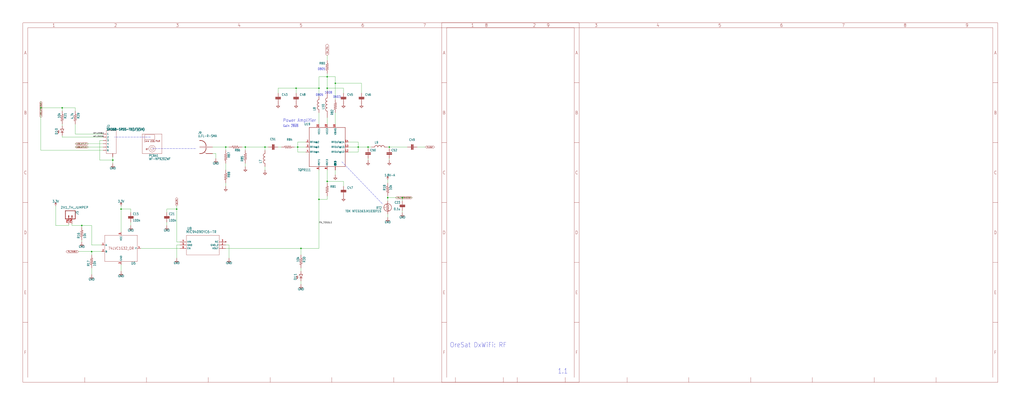
<source format=kicad_sch>
(kicad_sch (version 20210621) (generator eeschema)
  (paper "User" 795.02 318.11)
  (lib_symbols
    (symbol "oresat-live-card-eagle-import:1.8V-A" (power)
      (property "Value" "1.8V-A" (at -2.54 0 0))
      (symbol "1.8V-A_1_0"
        (pin power_in line (at 0 -2.54 90) (length 2.54) (name "1.8V-A") (number "1"))
      )
    )
    (symbol "oresat-live-card-eagle-import:1008HQ-10NXJLB"
      (property "Reference" "L" (at 16.51 6.35 0))
      (property "Value" "1008HQ-10NXJLB" (at 16.51 3.81 0))
      (symbol "1008HQ-10NXJLB_1_0"
        (pin bidirectional line (at 0 0 0) (length 5.08) (name "1") (number "1"))
        (pin bidirectional line (at 20.32 0 180) (length 5.08) (name "2") (number "2"))
      )
    )
    (symbol "oresat-live-card-eagle-import:2X1_TH_JUMPEP"
      (property "Value" "2X1_TH_JUMPEP" (at -2.54 -4.826 0))
      (symbol "2X1_TH_JUMPEP_1_0"
        (pin passive line (at 7.62 0 180) (length 5.08) (name "1") (number "P$1"))
        (pin passive line (at 7.62 2.54 180) (length 5.08) (name "2") (number "P$2"))
      )
    )
    (symbol "oresat-live-card-eagle-import:3.3V" (power)
      (property "Value" "3.3V" (at -2.54 0 0))
      (symbol "3.3V_1_0"
        (pin power_in line (at 0 -2.54 90) (length 2.54) (name "3.3V") (number "1"))
      )
    )
    (symbol "oresat-live-card-eagle-import:C-EU0402-B-NOSILK"
      (property "Reference" "C" (at 1.524 0.381 0))
      (property "Value" "C-EU0402-B-NOSILK" (at 1.524 -4.699 0))
      (symbol "C-EU0402-B-NOSILK_1_0"
        (pin passive line (at 0 2.54 270) (length 2.54) (name "1") (number "1"))
        (pin passive line (at 0 -5.08 90) (length 2.54) (name "2") (number "2"))
      )
    )
    (symbol "oresat-live-card-eagle-import:C-EU0402-C-NOSILK"
      (property "Reference" "C" (at 1.524 0.381 0))
      (property "Value" "C-EU0402-C-NOSILK" (at 1.524 -4.699 0))
      (symbol "C-EU0402-C-NOSILK_1_0"
        (pin passive line (at 0 2.54 270) (length 2.54) (name "1") (number "1"))
        (pin passive line (at 0 -5.08 90) (length 2.54) (name "2") (number "2"))
      )
    )
    (symbol "oresat-live-card-eagle-import:C-EU0603-A"
      (property "Reference" "C" (at 1.524 0.381 0))
      (property "Value" "C-EU0603-A" (at 1.524 -4.699 0))
      (symbol "C-EU0603-A_1_0"
        (pin passive line (at 0 2.54 270) (length 2.54) (name "1") (number "1"))
        (pin passive line (at 0 -5.08 90) (length 2.54) (name "2") (number "2"))
      )
    )
    (symbol "oresat-live-card-eagle-import:FRAME_B_L"
      (symbol "FRAME_B_L_0_0"
        (text "1" (at 23.9889 277.495 0) (effects (font (size 2.54 2.286))))
        (text "2" (at 71.9667 277.495 0) (effects (font (size 2.54 2.286))))
        (text "3" (at 119.9444 277.495 0) (effects (font (size 2.54 2.286))))
        (text "4" (at 167.9222 277.495 0) (effects (font (size 2.54 2.286))))
        (text "5" (at 215.9 277.495 0) (effects (font (size 2.54 2.286))))
        (text "6" (at 263.8778 277.495 0) (effects (font (size 2.54 2.286))))
        (text "7" (at 311.8556 277.495 0) (effects (font (size 2.54 2.286))))
        (text "8" (at 359.8333 277.495 0) (effects (font (size 2.54 2.286))))
        (text "9" (at 407.8111 277.495 0) (effects (font (size 2.54 2.286))))
        (text "A" (at 1.905 256.1167 0) (effects (font (size 2.54 2.286))))
        (text "A" (at 429.895 256.1167 0) (effects (font (size 2.54 2.286))))
        (text "B" (at 1.905 209.55 0) (effects (font (size 2.54 2.286))))
        (text "B" (at 429.895 209.55 0) (effects (font (size 2.54 2.286))))
        (text "C" (at 1.905 162.9833 0) (effects (font (size 2.54 2.286))))
        (text "C" (at 429.895 162.9833 0) (effects (font (size 2.54 2.286))))
        (text "D" (at 1.905 116.4167 0) (effects (font (size 2.54 2.286))))
        (text "D" (at 429.895 116.4167 0) (effects (font (size 2.54 2.286))))
        (text "E" (at 1.905 69.85 0) (effects (font (size 2.54 2.286))))
        (text "E" (at 429.895 69.85 0) (effects (font (size 2.54 2.286))))
        (text "F" (at 1.905 23.2833 0) (effects (font (size 2.54 2.286))))
        (text "F" (at 429.895 23.2833 0) (effects (font (size 2.54 2.286))))
      )
      (symbol "FRAME_B_L_2_0"
        (text ">DRAWING_NAME" (at 17.78 19.05 0) (effects (font (size 2.54 2.159)) (justify left bottom)))
        (text ">LAST_DATE_TIME" (at 12.7 1.27 0) (effects (font (size 2.54 2.159)) (justify left bottom)))
        (text ">SHEET" (at 86.36 1.27 0) (effects (font (size 2.54 2.159)) (justify left bottom)))
        (text "Date:" (at 1.27 1.27 0) (effects (font (size 2.54 2.159)) (justify left bottom)))
        (text "Document Number:" (at 1.27 11.43 0) (effects (font (size 2.54 2.159)) (justify left bottom)))
        (text "REV:" (at 88.9 11.43 0) (effects (font (size 2.54 2.159)) (justify left bottom)))
        (text "Sheet:" (at 72.39 1.27 0) (effects (font (size 2.54 2.159)) (justify left bottom)))
        (text "TITLE:" (at 1.27 19.05 0) (effects (font (size 2.54 2.159)) (justify left bottom)))
      )
    )
    (symbol "oresat-live-card-eagle-import:GND" (power)
      (property "Value" "GND" (at -1.905 -3.175 0))
      (symbol "GND_1_0"
        (pin power_in line (at 0 2.54 270) (length 2.54) (name "GND") (number "1"))
      )
    )
    (symbol "oresat-live-card-eagle-import:L-US0402-C-NOSILK"
      (property "Reference" "L" (at -5.08 2.54 0))
      (property "Value" "L-US0402-C-NOSILK" (at -5.08 -1.27 0))
      (symbol "L-US0402-C-NOSILK_1_0"
        (pin passive line (at -7.62 0 0) (length 2.54) (name "1") (number "1"))
        (pin passive line (at 5.08 0 180) (length 2.54) (name "2") (number "2"))
      )
    )
    (symbol "oresat-live-card-eagle-import:L-US0805-C-NOSILK"
      (property "Reference" "L" (at -5.08 2.54 0))
      (property "Value" "L-US0805-C-NOSILK" (at -5.08 -1.27 0))
      (symbol "L-US0805-C-NOSILK_1_0"
        (pin passive line (at -7.62 0 0) (length 2.54) (name "1") (number "1"))
        (pin passive line (at 5.08 0 180) (length 2.54) (name "2") (number "2"))
      )
    )
    (symbol "oresat-live-card-eagle-import:LED0603"
      (property "Reference" "D" (at -3.429 -4.572 90))
      (property "Value" "LED0603" (at 1.905 -4.572 90))
      (symbol "LED0603_1_0"
        (pin passive line (at 0 2.54 270) (length 2.54) (name "A") (number "A"))
        (pin passive line (at 0 -5.08 90) (length 2.54) (name "C") (number "C"))
      )
    )
    (symbol "oresat-live-card-eagle-import:MIC94090YC6-TR"
      (property "Reference" "U" (at -4.7244 11.6586 0))
      (property "Value" "MIC94090YC6-TR" (at -5.3594 9.1186 0))
      (symbol "MIC94090YC6-TR_1_0"
        (pin output line (at -17.78 2.54 0) (length 5.08) (name "VOUT") (number "1"))
        (pin passive line (at -17.78 0 0) (length 5.08) (name "GND_2") (number "2"))
        (pin no_connect line (at -17.78 -2.54 0) (length 5.08) (name "NC") (number "3"))
        (pin input line (at 17.78 -2.54 180) (length 5.08) (name "VIN") (number "4"))
        (pin passive line (at 17.78 0 180) (length 5.08) (name "GND") (number "5"))
        (pin input line (at 17.78 2.54 180) (length 5.08) (name "EN") (number "6"))
      )
    )
    (symbol "oresat-live-card-eagle-import:R-US_0402-B-NOSILK"
      (property "Reference" "R" (at -3.81 1.4986 0))
      (property "Value" "R-US_0402-B-NOSILK" (at -3.81 -3.302 0))
      (symbol "R-US_0402-B-NOSILK_1_0"
        (pin passive line (at -5.08 0 0) (length 2.54) (name "1") (number "1"))
        (pin passive line (at 5.08 0 180) (length 2.54) (name "2") (number "2"))
      )
    )
    (symbol "oresat-live-card-eagle-import:R-US_0402-C-NOSILK"
      (property "Reference" "R" (at -3.81 1.4986 0))
      (property "Value" "R-US_0402-C-NOSILK" (at -3.81 -3.302 0))
      (symbol "R-US_0402-C-NOSILK_1_0"
        (pin passive line (at -5.08 0 0) (length 2.54) (name "1") (number "1"))
        (pin passive line (at 5.08 0 180) (length 2.54) (name "2") (number "2"))
      )
    )
    (symbol "oresat-live-card-eagle-import:R-US_0603-A"
      (property "Reference" "R" (at -3.81 1.4986 0))
      (property "Value" "R-US_0603-A" (at -3.81 -3.302 0))
      (symbol "R-US_0603-A_1_0"
        (pin passive line (at -5.08 0 0) (length 2.54) (name "1") (number "1"))
        (pin passive line (at 5.08 0 180) (length 2.54) (name "2") (number "2"))
      )
    )
    (symbol "oresat-live-card-eagle-import:R-US_0603-C-NOSILK"
      (property "Reference" "R" (at -3.81 1.4986 0))
      (property "Value" "R-US_0603-C-NOSILK" (at -3.81 -3.302 0))
      (symbol "R-US_0603-C-NOSILK_1_0"
        (pin passive line (at -5.08 0 0) (length 2.54) (name "1") (number "1"))
        (pin passive line (at 5.08 0 180) (length 2.54) (name "2") (number "2"))
      )
    )
    (symbol "oresat-live-card-eagle-import:R-US_R0805"
      (property "Reference" "R" (at -3.81 1.4986 0))
      (property "Value" "R-US_R0805" (at -3.81 -3.302 0))
      (symbol "R-US_R0805_1_0"
        (pin passive line (at -5.08 0 0) (length 2.54) (name "1") (number "1"))
        (pin passive line (at 5.08 0 180) (length 2.54) (name "2") (number "2"))
      )
    )
    (symbol "oresat-live-card-eagle-import:SM06B-SRSS-TB(LF)(SN)"
      (property "Reference" "J" (at -5.08 10.16 0))
      (property "Value" "SM06B-SRSS-TB(LF)(SN)" (at -5.08 7.62 0))
      (symbol "SM06B-SRSS-TB(LF)(SN)_1_0"
        (pin passive line (at -7.62 5.08 0) (length 2.54) (name "1") (number "1"))
        (pin passive line (at -7.62 2.54 0) (length 2.54) (name "2") (number "2"))
        (pin passive line (at -7.62 0 0) (length 2.54) (name "3") (number "3"))
        (pin passive line (at -7.62 -2.54 0) (length 2.54) (name "4") (number "4"))
        (pin passive line (at -7.62 -5.08 0) (length 2.54) (name "5") (number "5"))
        (pin passive line (at -7.62 -7.62 0) (length 2.54) (name "6") (number "6"))
        (pin passive line (at 0 -12.7 90) (length 2.54) (name "7") (number "7"))
        (pin passive line (at 0 -12.7 90) (length 2.54) (name "7") (number "8"))
      )
    )
    (symbol "oresat-live-card-eagle-import:SN74LVC1G32QDBVRQ1"
      (property "Reference" "U" (at 7.62 -12.7 0))
      (property "Value" "SN74LVC1G32QDBVRQ1" (at 7.62 -15.24 0))
      (symbol "SN74LVC1G32QDBVRQ1_1_0"
        (text "74LVC1G32_OR" (at 0 0 0) (effects (font (size 2.0828 1.7703))))
        (pin input line (at -15.24 2.54 0) (length 2.54) (name "A") (number "1"))
        (pin input line (at -15.24 -2.54 0) (length 2.54) (name "B") (number "2"))
        (pin power_in line (at 0 -12.7 90) (length 2.54) (name "GND") (number "3"))
        (pin output line (at 15.24 0 180) (length 2.54) (name "Y") (number "4"))
        (pin power_in line (at 0 12.7 270) (length 2.54) (name "VCC") (number "5"))
      )
    )
    (symbol "oresat-live-card-eagle-import:THERMISTOR--0603-THERMISTOR-B"
      (property "Reference" "RT" (at -5.08 3.81 0))
      (property "Value" "THERMISTOR--0603-THERMISTOR-B" (at -5.08 -5.08 0))
      (symbol "THERMISTOR--0603-THERMISTOR-B_1_0"
        (text "T" (at -0.508 1.016 0) (effects (font (size 1.27 1.0795)) (justify left bottom)))
        (pin passive line (at -5.08 0 0) (length 2.54) (name "1") (number "1"))
        (pin passive line (at 5.08 0 180) (length 2.54) (name "2") (number "2"))
      )
    )
    (symbol "oresat-live-card-eagle-import:TQP9111"
      (property "Reference" "U" (at -17.78 17.78 0))
      (property "Value" "TQP9111" (at -22.86 -17.78 0))
      (symbol "TQP9111_1_0"
        (pin power_in line (at 6.35 -17.78 90) (length 2.54) (name "GND") (number "1"))
        (pin power_in line (at 6.35 -17.78 90) (length 2.54) (name "GND") (number "10"))
        (pin power_in line (at 6.35 -17.78 90) (length 2.54) (name "GND") (number "11"))
        (pin output line (at 16.51 -3.81 180) (length 2.54) (name "RFOUT@12") (number "12"))
        (pin output line (at 16.51 0 180) (length 2.54) (name "RFOUT@13") (number "13"))
        (pin output line (at 16.51 3.81 180) (length 2.54) (name "RFOUT@14") (number "14"))
        (pin power_in line (at 6.35 -17.78 90) (length 2.54) (name "GND") (number "15"))
        (pin power_in line (at 6.35 17.78 270) (length 2.54) (name "VBIAS") (number "16"))
        (pin power_in line (at 6.35 -17.78 90) (length 2.54) (name "GND") (number "17"))
        (pin power_in line (at 0 17.78 270) (length 2.54) (name "VCC2") (number "18"))
        (pin power_in line (at 6.35 -17.78 90) (length 2.54) (name "GND") (number "19"))
        (pin input line (at -16.51 3.81 0) (length 2.54) (name "RFIN@2") (number "2"))
        (pin power_in line (at -6.35 17.78 270) (length 2.54) (name "VCC1") (number "20"))
        (pin power_in line (at 6.35 -17.78 90) (length 2.54) (name "GND") (number "21"))
        (pin input line (at -16.51 0 0) (length 2.54) (name "RFIN@3") (number "3"))
        (pin input line (at -16.51 -3.81 0) (length 2.54) (name "RFIN@4") (number "4"))
        (pin power_in line (at 6.35 -17.78 90) (length 2.54) (name "GND") (number "5"))
        (pin passive line (at -6.35 -17.78 90) (length 2.54) (name "IREF1") (number "6"))
        (pin power_in line (at 6.35 -17.78 90) (length 2.54) (name "GND") (number "7"))
        (pin passive line (at 0 -17.78 90) (length 2.54) (name "IREF2") (number "8"))
        (pin power_in line (at 6.35 -17.78 90) (length 2.54) (name "GND") (number "9"))
      )
    )
    (symbol "oresat-live-card-eagle-import:U.FL-R-SMA"
      (property "Value" "U.FL-R-SMA" (at -5.08 6.35 0))
      (symbol "U.FL-R-SMA_1_0"
        (pin bidirectional line (at 0 -5.08 90) (length 5.08) (name "P$1") (number "1"))
        (pin bidirectional line (at -5.08 -5.08 90) (length 5.08) (name "P$2") (number "2"))
        (pin bidirectional line (at -5.08 -5.08 90) (length 5.08) (name "P$2") (number "3"))
      )
    )
    (symbol "oresat-live-card-eagle-import:WF-NP9202WF"
      (property "Reference" "PCBA" (at -2.54 -10.16 0))
      (property "Value" "WF-NP9202WF" (at -2.54 -12.7 0))
      (symbol "WF-NP9202WF_1_0"
        (text "1mm USB/PWR" (at -6.35 1.27 0) (effects (font (size 1.27 1.0795)) (justify left bottom)))
        (text "RF" (at -5.08 -5.08 0) (effects (font (size 1.27 1.0795)) (justify left bottom)))
      )
    )
  )
  (junction (at 278.13 114.3))
  (junction (at 260.35 64.77))
  (junction (at 300.99 153.67))
  (junction (at 302.26 114.3))
  (junction (at 190.5 114.3))
  (junction (at 48.26 83.82))
  (junction (at 71.12 195.58))
  (junction (at 87.63 124.46))
  (junction (at 247.65 154.94))
  (junction (at 285.75 114.3))
  (junction (at 205.74 114.3))
  (junction (at 233.68 193.04))
  (junction (at 31.75 83.82))
  (junction (at 175.26 114.3))
  (junction (at 247.65 68.58))
  (junction (at 254 68.58))
  (junction (at 93.98 162.56))
  (junction (at 63.5 175.26))
  (junction (at 229.87 68.58))
  (junction (at 231.14 114.3))
  (junction (at 312.42 153.67))
  (junction (at 254 140.97))
  (junction (at 137.16 162.56))
  (junction (at 254 59.69))
  (wire (pts (xy 175.26 142.24) (xy 175.26 144.78)))
  (wire (pts (xy 254 46.99) (xy 254 43.18)))
  (wire (pts (xy 254 59.69) (xy 260.35 59.69)))
  (wire (pts (xy 63.5 187.96) (xy 63.5 186.69)))
  (wire (pts (xy 300.99 114.3) (xy 302.26 114.3)))
  (wire (pts (xy 175.26 190.5) (xy 177.8 190.5)))
  (wire (pts (xy 247.65 59.69) (xy 254 59.69)))
  (wire (pts (xy 300.99 153.67) (xy 312.42 153.67)))
  (wire (pts (xy 285.75 124.46) (xy 285.75 123.19)))
  (wire (pts (xy 48.26 83.82) (xy 48.26 86.36)))
  (wire (pts (xy 93.98 210.82) (xy 93.98 205.74)))
  (wire (pts (xy 266.7 140.97) (xy 266.7 144.78)))
  (wire (pts (xy 300.99 153.67) (xy 300.99 152.4)))
  (wire (pts (xy 254 71.12) (xy 254 68.58)))
  (wire (pts (xy 278.13 110.49) (xy 278.13 114.3)))
  (wire (pts (xy 71.12 175.26) (xy 63.5 175.26)))
  (wire (pts (xy 323.85 114.3) (xy 330.2 114.3)))
  (wire (pts (xy 278.13 118.11) (xy 270.51 118.11)))
  (wire (pts (xy 270.51 114.3) (xy 278.13 114.3)))
  (wire (pts (xy 280.67 64.77) (xy 260.35 64.77)))
  (wire (pts (xy 247.65 193.04) (xy 247.65 154.94)))
  (wire (pts (xy 254 132.08) (xy 254 140.97)))
  (wire (pts (xy 231.14 114.3) (xy 228.6 114.3)))
  (wire (pts (xy 247.65 132.08) (xy 247.65 154.94)))
  (wire (pts (xy 31.75 83.82) (xy 31.75 116.84)))
  (wire (pts (xy 48.26 96.52) (xy 48.26 97.79)))
  (wire (pts (xy 167.64 119.38) (xy 167.64 123.19)))
  (wire (pts (xy 278.13 114.3) (xy 285.75 114.3)))
  (wire (pts (xy 53.34 173.99) (xy 53.34 175.26)))
  (wire (pts (xy 300.99 166.37) (xy 300.99 168.91)))
  (wire (pts (xy 58.42 86.36) (xy 58.42 83.82)))
  (wire (pts (xy 233.68 193.04) (xy 247.65 193.04)))
  (wire (pts (xy 247.65 74.93) (xy 247.65 68.58)))
  (wire (pts (xy 260.35 87.63) (xy 260.35 96.52)))
  (wire (pts (xy 233.68 193.04) (xy 233.68 198.12)))
  (wire (pts (xy 270.51 110.49) (xy 278.13 110.49)))
  (wire (pts (xy 175.26 193.04) (xy 233.68 193.04)))
  (wire (pts (xy 48.26 83.82) (xy 31.75 83.82)))
  (wire (pts (xy 260.35 77.47) (xy 260.35 64.77)))
  (wire (pts (xy 190.5 114.3) (xy 205.74 114.3)))
  (wire (pts (xy 312.42 156.21) (xy 312.42 153.67)))
  (wire (pts (xy 87.63 127) (xy 87.63 124.46)))
  (wire (pts (xy 254 140.97) (xy 254 142.24)))
  (wire (pts (xy 247.65 87.63) (xy 247.65 96.52)))
  (wire (pts (xy 77.47 124.46) (xy 87.63 124.46)))
  (wire (pts (xy 53.34 175.26) (xy 43.18 175.26)))
  (wire (pts (xy 233.68 208.28) (xy 233.68 210.82)))
  (wire (pts (xy 71.12 213.36) (xy 71.12 208.28)))
  (wire (pts (xy 55.88 175.26) (xy 63.5 175.26)))
  (wire (pts (xy 101.6 162.56) (xy 93.98 162.56)))
  (wire (pts (xy 205.74 114.3) (xy 208.28 114.3)))
  (wire (pts (xy 231.14 118.11) (xy 237.49 118.11)))
  (wire (pts (xy 190.5 114.3) (xy 190.5 116.84)))
  (wire (pts (xy 285.75 114.3) (xy 288.29 114.3)))
  (wire (pts (xy 218.44 114.3) (xy 215.9 114.3)))
  (wire (pts (xy 78.74 190.5) (xy 71.12 190.5)))
  (wire (pts (xy 137.16 190.5) (xy 137.16 200.66)))
  (wire (pts (xy 302.26 115.57) (xy 302.26 114.3)))
  (wire (pts (xy 237.49 114.3) (xy 231.14 114.3)))
  (wire (pts (xy 254 154.94) (xy 247.65 154.94)))
  (wire (pts (xy 109.22 193.04) (xy 139.7 193.04)))
  (wire (pts (xy 312.42 163.83) (xy 312.42 165.1)))
  (wire (pts (xy 80.01 109.22) (xy 77.47 109.22)))
  (wire (pts (xy 77.47 109.22) (xy 77.47 124.46)))
  (wire (pts (xy 266.7 68.58) (xy 254 68.58)))
  (wire (pts (xy 302.26 114.3) (xy 316.23 114.3)))
  (wire (pts (xy 93.98 162.56) (xy 93.98 180.34)))
  (wire (pts (xy 43.18 175.26) (xy 43.18 160.02)))
  (wire (pts (xy 237.49 110.49) (xy 231.14 110.49)))
  (wire (pts (xy 278.13 114.3) (xy 278.13 118.11)))
  (wire (pts (xy 129.54 162.56) (xy 137.16 162.56)))
  (wire (pts (xy 231.14 110.49) (xy 231.14 114.3)))
  (wire (pts (xy 55.88 173.99) (xy 55.88 175.26)))
  (wire (pts (xy 229.87 72.39) (xy 229.87 68.58)))
  (wire (pts (xy 260.35 132.08) (xy 260.35 135.89)))
  (wire (pts (xy 93.98 160.02) (xy 93.98 162.56)))
  (wire (pts (xy 177.8 190.5) (xy 177.8 200.66)))
  (wire (pts (xy 254 140.97) (xy 266.7 140.97)))
  (wire (pts (xy 300.99 139.7) (xy 300.99 142.24)))
  (wire (pts (xy 31.75 116.84) (xy 80.01 116.84)))
  (wire (pts (xy 254 68.58) (xy 254 59.69)))
  (wire (pts (xy 280.67 72.39) (xy 280.67 64.77)))
  (wire (pts (xy 101.6 175.26) (xy 101.6 172.72)))
  (wire (pts (xy 190.5 127) (xy 190.5 129.54)))
  (wire (pts (xy 215.9 72.39) (xy 215.9 68.58)))
  (wire (pts (xy 101.6 165.1) (xy 101.6 162.56)))
  (wire (pts (xy 175.26 132.08) (xy 175.26 127)))
  (wire (pts (xy 87.63 124.46) (xy 87.63 121.92)))
  (wire (pts (xy 205.74 116.84) (xy 205.74 114.3)))
  (wire (pts (xy 78.74 195.58) (xy 71.12 195.58)))
  (wire (pts (xy 139.7 190.5) (xy 137.16 190.5)))
  (wire (pts (xy 254 96.52) (xy 254 91.44)))
  (wire (pts (xy 229.87 68.58) (xy 247.65 68.58)))
  (wire (pts (xy 302.26 123.19) (xy 302.26 124.46)))
  (wire (pts (xy 71.12 190.5) (xy 71.12 175.26)))
  (wire (pts (xy 137.16 162.56) (xy 137.16 160.02)))
  (wire (pts (xy 137.16 187.96) (xy 137.16 162.56)))
  (wire (pts (xy 300.99 156.21) (xy 300.99 153.67)))
  (wire (pts (xy 175.26 114.3) (xy 177.8 114.3)))
  (wire (pts (xy 266.7 72.39) (xy 266.7 68.58)))
  (wire (pts (xy 80.01 114.3) (xy 58.42 114.3)))
  (wire (pts (xy 231.14 114.3) (xy 231.14 118.11)))
  (wire (pts (xy 254 57.15) (xy 254 59.69)))
  (wire (pts (xy 129.54 175.26) (xy 129.54 172.72)))
  (wire (pts (xy 63.5 175.26) (xy 63.5 176.53)))
  (polyline (pts (xy 118.11 115.57) (xy 152.4 115.57)))
  (wire (pts (xy 233.68 218.44) (xy 233.68 220.98)))
  (wire (pts (xy 254 152.4) (xy 254 154.94)))
  (wire (pts (xy 175.26 116.84) (xy 175.26 114.3)))
  (wire (pts (xy 205.74 132.08) (xy 205.74 129.54)))
  (wire (pts (xy 48.26 105.41) (xy 48.26 106.68)))
  (wire (pts (xy 285.75 115.57) (xy 285.75 114.3)))
  (wire (pts (xy 139.7 187.96) (xy 137.16 187.96)))
  (wire (pts (xy 165.1 114.3) (xy 175.26 114.3)))
  (wire (pts (xy 48.26 106.68) (xy 80.01 106.68)))
  (wire (pts (xy 60.96 195.58) (xy 71.12 195.58)))
  (wire (pts (xy 247.65 59.69) (xy 247.65 68.58)))
  (wire (pts (xy 71.12 195.58) (xy 71.12 198.12)))
  (wire (pts (xy 80.01 111.76) (xy 58.42 111.76)))
  (wire (pts (xy 58.42 83.82) (xy 48.26 83.82)))
  (wire (pts (xy 58.42 96.52) (xy 58.42 104.14)))
  (wire (pts (xy 129.54 165.1) (xy 129.54 162.56)))
  (wire (pts (xy 260.35 64.77) (xy 260.35 59.69)))
  (wire (pts (xy 31.75 78.74) (xy 31.75 83.82)))
  (wire (pts (xy 58.42 104.14) (xy 80.01 104.14)))
  (polyline (pts (xy 116.84 106.68) (xy 88.9 106.68)))
  (wire (pts (xy 187.96 114.3) (xy 190.5 114.3)))
  (wire (pts (xy 312.42 153.67) (xy 320.04 153.67)))
  (wire (pts (xy 215.9 68.58) (xy 229.87 68.58)))
  (wire (pts (xy 165.1 119.38) (xy 167.64 119.38)))
  (polyline (pts (xy 265.43 125.73) (xy 297.18 158.75)))
  (text "1008" (at 251.968 73.152 180) (effects (font (size 1.778 1.5113)) (justify left bottom)))
  (text "0805" (at 245.11 74.93 180) (effects (font (size 1.778 1.5113)) (justify left bottom)))
  (text "Power Amplifier" (at 219.71 95.25 180) (effects (font (size 2.54 2.159)) (justify left bottom)))
  (text "OreSat DxWiFi: RF" (at 349.25 270.51 180) (effects (font (size 3.81 3.2385)) (justify left bottom)))
  (text "0805" (at 246.634 54.864 180) (effects (font (size 1.778 1.5113)) (justify left bottom)))
  (text "1.1" (at 433.07 290.83 180) (effects (font (size 3.81 3.2385)) (justify left bottom)))
  (text "Gain ~{28dB}" (at 219.71 99.06 180) (effects (font (size 1.778 1.5113)) (justify left bottom)))
  (text "0603" (at 258.572 76.454 180) (effects (font (size 1.778 1.5113)) (justify left bottom)))
  (label "WIFI_STATUS" (at 72.39 106.68 0) (effects (font (size 0.889 0.889))))
  (label "PA_TOGGLE" (at 247.65 173.99 0) (effects (font (size 1.2446 1.2446))))
  (label "WIFI_ENABLE" (at 72.39 104.14 0) (effects (font (size 0.889 0.889))))
  (global_label "5V_PA" (shape bidirectional) (at 137.16 160.02 90) (effects (font (size 0.889 0.889))) (property "Intersheet References" "${INTERSHEET_REFS}" (effects hide)))
  (global_label "USB_WIFI_VBUS" (shape bidirectional) (at 31.75 78.74 270) (effects (font (size 0.889 0.889))) (property "Intersheet References" "${INTERSHEET_REFS}" (effects hide)))
  (global_label "5V_PA" (shape bidirectional) (at 254 43.18 90) (effects (font (size 1.2446 1.2446))) (property "Intersheet References" "${INTERSHEET_REFS}" (effects hide)))
  (global_label "TX_OUT" (shape bidirectional) (at 330.2 114.3 0) (effects (font (size 0.889 0.889))) (property "Intersheet References" "${INTERSHEET_REFS}" (effects hide)))
  (global_label "USB_WIFI_P" (shape bidirectional) (at 58.42 111.76 0) (effects (font (size 0.889 0.889))) (property "Intersheet References" "${INTERSHEET_REFS}" (effects hide)))
  (global_label "PA_ENABLE" (shape bidirectional) (at 60.96 195.58 180) (effects (font (size 0.889 0.889))) (property "Intersheet References" "${INTERSHEET_REFS}" (effects hide)))
  (global_label "USB_WIFI_N" (shape bidirectional) (at 58.42 114.3 0) (effects (font (size 0.889 0.889))) (property "Intersheet References" "${INTERSHEET_REFS}" (effects hide)))
  (global_label "PA_THERMISTOR" (shape bidirectional) (at 320.04 153.67 180) (effects (font (size 0.889 0.889))) (property "Intersheet References" "${INTERSHEET_REFS}" (effects hide)))
  (symbol (lib_id "oresat-live-card-eagle-import:C-EU0402-B-NOSILK") (at 280.67 74.93 0)
    (property "Reference" "C46" (at 283.464 74.549 0) (effects (font (size 1.778 1.5113)) (justify left bottom)))
    (property "Value" "100nF" (at 283.464 77.089 0) (effects (font (size 1.778 1.5113)) (justify left bottom)))
    (property "Footprint" ".0402-B-NOSILK" (effects hide))
    (property "Value" "CAP CER 0.1UF 16V X7R 0402" (effects hide))
    (property "Value" "TDK" (effects hide))
    (property "Value" "CGA2B1X7R1C104K050BC" (effects hide))
  )
  (symbol (lib_id "oresat-live-card-eagle-import:C-EU0402-C-NOSILK") (at 210.82 114.3 90)
    (property "Reference" "C51" (at 214.249 107.188 90) (effects (font (size 1.778 1.5113)) (justify left bottom)))
    (property "Value" "1.1pF" (at 216.789 109.474 90) (effects (font (size 1.778 1.5113)) (justify left bottom)))
    (property "Footprint" ".0402-C-NOSILK" (effects hide))
    (property "Value" "50V 1.1pF .02pFTol ThinFilm 0402" (effects hide))
    (property "Value" "AVX" (effects hide))
    (property "Value" "04025J1R1PBSTR\\500" (effects hide))
  )
  (symbol (lib_id "oresat-live-card-eagle-import:C-EU0402-C-NOSILK") (at 285.75 118.11 0)
    (property "Reference" "C50" (at 287.274 117.729 0) (effects (font (size 1.778 1.5113)) (justify left bottom)))
    (property "Value" "3.0pF" (at 288.544 120.269 0) (effects (font (size 1.778 1.5113)) (justify left bottom)))
    (property "Footprint" ".0402-C-NOSILK" (effects hide))
    (property "Value" "CAP CER 3PF 50V NP0 0402" (effects hide))
    (property "Value" "AVX" (effects hide))
    (property "Value" "04025U3R0BAT2A" (effects hide))
  )
  (symbol (lib_id "oresat-live-card-eagle-import:R-US_0603-A") (at 300.99 147.32 90) (mirror x)
    (property "Reference" "R18" (at 299.4914 143.51 0) (effects (font (size 1.778 1.5113)) (justify left bottom)))
    (property "Value" "10k" (at 304.292 143.51 0) (effects (font (size 1.778 1.5113)) (justify left bottom)))
    (property "Footprint" ".0603-A" (effects hide))
  )
  (symbol (lib_id "oresat-live-card-eagle-import:R-US_0603-A") (at 71.12 203.2 90)
    (property "Reference" "R17" (at 69.6214 207.01 0) (effects (font (size 1.778 1.5113)) (justify left bottom)))
    (property "Value" "10k" (at 74.422 207.01 0) (effects (font (size 1.778 1.5113)) (justify left bottom)))
    (property "Footprint" ".0603-A" (effects hide))
  )
  (symbol (lib_id "oresat-live-card-eagle-import:FRAME_B_L") (at 342.9 297.18 0)
    (property "Reference" "#FRAME6" (effects hide))
    (property "Value" "FRAME_B_L" (effects hide))
  )
  (symbol (lib_id "oresat-live-card-eagle-import:GND") (at 177.8 203.2 0)
    (property "Reference" "#GND47" (effects hide))
    (property "Value" "GND" (at 177.8 203.454 0) (effects (font (size 1.778 1.5113)) (justify top)))
  )
  (symbol (lib_id "oresat-live-card-eagle-import:GND") (at 285.75 127 0)
    (property "Reference" "#SUPPLY13" (effects hide))
    (property "Value" "GND" (effects hide))
  )
  (symbol (lib_id "oresat-live-card-eagle-import:LED0603") (at 48.26 100.33 0)
    (property "Reference" "D10" (at 44.831 104.902 90) (effects (font (size 1.778 1.778)) (justify left bottom)))
    (property "Value" "GREEN" (at 50.165 104.902 90) (effects (font (size 1.778 1.778)) (justify left top)))
    (property "Footprint" "LED-0603" (effects hide))
    (property "Value" "Green 573nm LED Indication - Discrete 2V 0603 (1608 Metric)" (effects hide))
    (property "Value" "732-12017-1-ND" (effects hide))
    (property "Value" "Würth Elektronik" (effects hide))
    (property "Value" "150060VS55040" (effects hide))
  )
  (symbol (lib_id "oresat-live-card-eagle-import:3.3V") (at 93.98 157.48 0)
    (property "Reference" "#3.3V1" (effects hide))
    (property "Value" "3.3V" (at 91.44 157.48 0) (effects (font (size 1.778 1.5113)) (justify left bottom)))
  )
  (symbol (lib_id "oresat-live-card-eagle-import:R-US_0603-A") (at 63.5 181.61 90)
    (property "Reference" "R16" (at 62.0014 185.42 0) (effects (font (size 1.778 1.5113)) (justify left bottom)))
    (property "Value" "10k" (at 66.802 185.42 0) (effects (font (size 1.778 1.5113)) (justify left bottom)))
    (property "Footprint" ".0603-A" (effects hide))
  )
  (symbol (lib_id "oresat-live-card-eagle-import:C-EU0402-C-NOSILK") (at 302.26 118.11 0)
    (property "Reference" "C52" (at 303.784 117.729 0) (effects (font (size 1.778 1.5113)) (justify left bottom)))
    (property "Value" "1.6pF" (at 305.054 120.269 0) (effects (font (size 1.778 1.5113)) (justify left bottom)))
    (property "Footprint" ".0402-C-NOSILK" (effects hide))
    (property "Value" "CAP CER 1.6PF 50V NP0 0402" (effects hide))
    (property "Value" "AVX" (effects hide))
    (property "Value" "04025U1R6BAT2A" (effects hide))
  )
  (symbol (lib_id "oresat-live-card-eagle-import:GND") (at 233.68 223.52 0) (mirror y)
    (property "Reference" "#GND65" (effects hide))
    (property "Value" "GND" (at 233.68 223.774 0) (effects (font (size 1.778 1.5113)) (justify top)))
  )
  (symbol (lib_id "oresat-live-card-eagle-import:GND") (at 266.7 82.55 0)
    (property "Reference" "#SUPPLY8" (effects hide))
    (property "Value" "GND" (effects hide))
  )
  (symbol (lib_id "oresat-live-card-eagle-import:GND") (at 129.54 177.8 0)
    (property "Reference" "#GND48" (effects hide))
    (property "Value" "GND" (at 129.54 178.054 0) (effects (font (size 1.778 1.5113)) (justify top)))
  )
  (symbol (lib_id "oresat-live-card-eagle-import:R-US_R0805") (at 254 52.07 90)
    (property "Reference" "R80" (at 252.5014 48.26 90) (effects (font (size 1.778 1.5113)) (justify left bottom)))
    (property "Value" "0" (at 250.952 50.8 90) (effects (font (size 1.778 1.5113)) (justify left bottom)))
    (property "Footprint" "R0805" (effects hide))
    (property "Value" "RES SMD 0 OHM JUMPER 1/8W 0805" (effects hide))
    (property "Value" "Panasonic" (effects hide))
    (property "Value" "ERJ-6GEY0R00V" (effects hide))
  )
  (symbol (lib_id "oresat-live-card-eagle-import:L-US0402-C-NOSILK") (at 205.74 121.92 90)
    (property "Reference" "L7" (at 203.2 127 0) (effects (font (size 1.778 1.5113)) (justify left bottom)))
    (property "Value" "1.7nH" (at 207.01 127 0) (effects (font (size 1.778 1.5113)) (justify left top)))
    (property "Footprint" ".0402-C-NOSILK" (effects hide))
    (property "Value" "1.7nH RF Inductor, ceramic core, 5% tol, SMT, RoHS" (effects hide))
    (property "Value" "Coilcraft" (effects hide))
    (property "Value" "0402DC-1N7XJRU" (effects hide))
  )
  (symbol (lib_id "oresat-live-card-eagle-import:L-US0805-C-NOSILK") (at 247.65 80.01 90)
    (property "Reference" "L8" (at 245.11 86.106 0) (effects (font (size 1.778 1.5113)) (justify left bottom)))
    (property "Value" "6.8nH" (at 244.856 82.042 0) (effects (font (size 1.778 1.5113)) (justify left bottom)))
    (property "Footprint" ".0805-C-NOSILK" (effects hide))
    (property "Value" "Fixed Inductors 0805CS 6.8 nH 5 % 0.6 A" (effects hide))
    (property "Value" "Coilcraft" (effects hide))
    (property "Value" "0805CS-060XJLC" (effects hide))
  )
  (symbol (lib_id "oresat-live-card-eagle-import:C-EU0402-B-NOSILK") (at 266.7 74.93 0)
    (property "Reference" "C45" (at 269.494 74.549 0) (effects (font (size 1.778 1.5113)) (justify left bottom)))
    (property "Value" "100nF" (at 269.494 77.089 0) (effects (font (size 1.778 1.5113)) (justify left bottom)))
    (property "Footprint" ".0402-B-NOSILK" (effects hide))
    (property "Value" "CAP CER 0.1UF 16V X7R 0402" (effects hide))
    (property "Value" "TDK" (effects hide))
    (property "Value" "CGA2B1X7R1C104K050BC" (effects hide))
  )
  (symbol (lib_id "oresat-live-card-eagle-import:GND") (at 205.74 134.62 0)
    (property "Reference" "#SUPPLY12" (effects hide))
    (property "Value" "GND" (effects hide))
  )
  (symbol (lib_id "oresat-live-card-eagle-import:WF-NP9202WF") (at 118.11 111.76 0)
    (property "Reference" "PCBA1" (at 115.57 121.92 0) (effects (font (size 1.778 1.5113)) (justify left bottom)))
    (property "Value" "WF-NP9202WF" (at 115.57 124.46 0) (effects (font (size 1.778 1.5113)) (justify left bottom)))
    (property "Footprint" "WF-NP9202" (effects hide))
  )
  (symbol (lib_id "oresat-live-card-eagle-import:GND") (at 215.9 82.55 0)
    (property "Reference" "#SUPPLY6" (effects hide))
    (property "Value" "GND" (effects hide))
  )
  (symbol (lib_id "oresat-live-card-eagle-import:GND") (at 266.7 154.94 0)
    (property "Reference" "#SUPPLY11" (effects hide))
    (property "Value" "GND" (effects hide))
  )
  (symbol (lib_id "oresat-live-card-eagle-import:R-US_0603-A") (at 58.42 91.44 270)
    (property "Reference" "R29" (at 59.9186 87.63 0) (effects (font (size 1.778 1.5113)) (justify left bottom)))
    (property "Value" "4.7k" (at 55.118 87.63 0) (effects (font (size 1.778 1.5113)) (justify left bottom)))
    (property "Footprint" ".0603-A" (effects hide))
  )
  (symbol (lib_id "oresat-live-card-eagle-import:R-US_0603-A") (at 48.26 91.44 270)
    (property "Reference" "R21" (at 49.7586 87.63 0) (effects (font (size 1.778 1.5113)) (justify left bottom)))
    (property "Value" "10k" (at 44.958 87.63 0) (effects (font (size 1.778 1.5113)) (justify left bottom)))
    (property "Footprint" ".0603-A" (effects hide))
  )
  (symbol (lib_id "oresat-live-card-eagle-import:R-US_0402-B-NOSILK") (at 254 147.32 90)
    (property "Reference" "R81" (at 256.3114 146.05 90) (effects (font (size 1.778 1.5113)) (justify right top)))
    (property "Value" "110" (at 256.032 148.59 90) (effects (font (size 1.778 1.5113)) (justify right top)))
    (property "Footprint" ".0402-B-NOSILK" (effects hide))
    (property "Value" "RES SMD 110 OHM 1% 1/10W 0402" (effects hide))
    (property "Value" "Panasonic" (effects hide))
    (property "Value" "ERJ-2RKF1100X" (effects hide))
  )
  (symbol (lib_id "oresat-live-card-eagle-import:GND") (at 260.35 138.43 0)
    (property "Reference" "#SUPPLY10" (effects hide))
    (property "Value" "GND" (effects hide))
  )
  (symbol (lib_id "oresat-live-card-eagle-import:GND") (at 280.67 82.55 0)
    (property "Reference" "#SUPPLY9" (effects hide))
    (property "Value" "GND" (effects hide))
  )
  (symbol (lib_id "oresat-live-card-eagle-import:TQP9111") (at 254 114.3 0)
    (property "Reference" "U19" (at 236.22 96.52 0) (effects (font (size 1.778 1.5113)) (justify left)))
    (property "Value" "TQP9111" (at 231.14 132.08 0) (effects (font (size 1.778 1.5113)) (justify left)))
    (property "Footprint" "QFN50P400X400X102-21N" (effects hide))
  )
  (symbol (lib_id "oresat-live-card-eagle-import:GND") (at 229.87 82.55 0)
    (property "Reference" "#SUPPLY7" (effects hide))
    (property "Value" "GND" (effects hide))
  )
  (symbol (lib_id "oresat-live-card-eagle-import:GND") (at 190.5 132.08 0)
    (property "Reference" "#SUPPLY17" (effects hide))
    (property "Value" "GND" (effects hide))
  )
  (symbol (lib_id "oresat-live-card-eagle-import:R-US_0603-C-NOSILK") (at 260.35 82.55 90)
    (property "Reference" "R82" (at 258.8514 89.662 0) (effects (font (size 1.778 1.5113)) (justify left bottom)))
    (property "Value" "220" (at 258.572 82.55 0) (effects (font (size 1.778 1.5113)) (justify left bottom)))
    (property "Footprint" ".0603-C-NOSILK" (effects hide))
    (property "Value" "RES SMD 220 OHM 1% 1/10W 0603" (effects hide))
    (property "Value" "Panasonic" (effects hide))
    (property "Value" "ERJ-3EKF2200V" (effects hide))
  )
  (symbol (lib_id "oresat-live-card-eagle-import:THERMISTOR--0603-THERMISTOR-B") (at 300.99 161.29 90) (mirror x)
    (property "Reference" "RT2" (at 292.1 162.56 90) (effects (font (size 1.778 1.5113)) (justify right bottom)))
    (property "Value" "TDK NTCG163JX103DT1S" (at 267.97 165.1 90) (effects (font (size 1.778 1.5113)) (justify right bottom)))
    (property "Footprint" "0603-THERMISTOR-B" (effects hide))
  )
  (symbol (lib_id "oresat-live-card-eagle-import:GND") (at 312.42 167.64 0) (mirror y)
    (property "Reference" "#GND61" (effects hide))
    (property "Value" "GND" (at 312.42 167.894 0) (effects (font (size 1.778 1.5113)) (justify top)))
  )
  (symbol (lib_id "oresat-live-card-eagle-import:R-US_0603-A") (at 190.5 121.92 90)
    (property "Reference" "R85" (at 189.0014 125.73 0) (effects (font (size 1.778 1.5113)) (justify left bottom)))
    (property "Value" "82.5" (at 193.802 125.73 0) (effects (font (size 1.778 1.5113)) (justify left bottom)))
    (property "Footprint" ".0603-A" (effects hide))
    (property "Value" "82.5 Ohms, 1%, 0603" (effects hide))
    (property "Value" "Panasonic" (effects hide))
    (property "Value" "ERJ-3EKF82R5V" (effects hide))
  )
  (symbol (lib_id "oresat-live-card-eagle-import:C-EU0603-A") (at 312.42 158.75 0) (mirror y)
    (property "Reference" "C23" (at 310.896 158.369 0) (effects (font (size 1.778 1.5113)) (justify left bottom)))
    (property "Value" "0.1u" (at 310.896 163.449 0) (effects (font (size 1.778 1.5113)) (justify left bottom)))
    (property "Footprint" ".0603-A" (effects hide))
  )
  (symbol (lib_id "oresat-live-card-eagle-import:GND") (at 93.98 213.36 0)
    (property "Reference" "#GND43" (effects hide))
    (property "Value" "GND" (at 93.98 213.614 0) (effects (font (size 1.778 1.5113)) (justify top)))
  )
  (symbol (lib_id "oresat-live-card-eagle-import:R-US_0603-A") (at 175.26 121.92 270)
    (property "Reference" "R87" (at 176.7586 118.11 0) (effects (font (size 1.778 1.5113)) (justify left bottom)))
    (property "Value" "41.2" (at 171.958 118.11 0) (effects (font (size 1.778 1.5113)) (justify left bottom)))
    (property "Footprint" ".0603-A" (effects hide))
    (property "Value" "41.2 Ohms, 1%, 0603" (effects hide))
    (property "Value" "Panasonic" (effects hide))
    (property "Value" "ERJ-3EKF41R2V" (effects hide))
  )
  (symbol (lib_id "oresat-live-card-eagle-import:GND") (at 101.6 177.8 0)
    (property "Reference" "#GND49" (effects hide))
    (property "Value" "GND" (at 101.6 178.054 0) (effects (font (size 1.778 1.5113)) (justify top)))
  )
  (symbol (lib_id "oresat-live-card-eagle-import:C-EU0402-C-NOSILK") (at 266.7 147.32 0)
    (property "Reference" "C47" (at 269.494 146.939 0) (effects (font (size 1.778 1.5113)) (justify left bottom)))
    (property "Value" "100nF" (at 269.494 149.479 0) (effects (font (size 1.778 1.5113)) (justify left bottom)))
    (property "Footprint" ".0402-C-NOSILK" (effects hide))
    (property "Value" "CAP CER 0.1UF 16V X7R 0402" (effects hide))
    (property "Value" "TDK" (effects hide))
    (property "Value" "CGA2B1X7R1C104K050BC" (effects hide))
  )
  (symbol (lib_id "oresat-live-card-eagle-import:SM06B-SRSS-TB(LF)(SN)") (at 87.63 109.22 0)
    (property "Reference" "J2" (at 82.55 99.06 0) (effects (font (size 1.778 1.5113)) (justify left bottom)))
    (property "Value" "SM06B-SRSS-TB(LF)(SN)" (at 82.55 101.6 0) (effects (font (size 1.778 1.5113) bold) (justify left bottom)))
    (property "Footprint" "CONN_SM06B-SRSS-TB_JST" (effects hide))
  )
  (symbol (lib_id "oresat-live-card-eagle-import:GND") (at 175.26 147.32 0)
    (property "Reference" "#SUPPLY16" (effects hide))
    (property "Value" "GND" (effects hide))
  )
  (symbol (lib_id "oresat-live-card-eagle-import:1.8V-A") (at 300.99 137.16 0)
    (property "Reference" "#1.8V-A3" (effects hide))
    (property "Value" "1.8V-A" (at 298.45 137.16 0) (effects (font (size 1.778 1.5113)) (justify left bottom)))
  )
  (symbol (lib_id "oresat-live-card-eagle-import:SN74LVC1G32QDBVRQ1") (at 93.98 193.04 0)
    (property "Reference" "U6" (at 101.6 205.74 0) (effects (font (size 2.0828 1.7703)) (justify left bottom)))
    (property "Value" "SN74LVC1G32QDBVRQ1" (effects hide))
    (property "Footprint" "DBV5" (effects hide))
  )
  (symbol (lib_id "oresat-live-card-eagle-import:2X1_TH_JUMPEP") (at 53.34 166.37 270)
    (property "Reference" "J5" (at 58.928 163.83 0) (effects (font (size 1.778 1.778)) (justify left bottom)))
    (property "Value" "2X1_TH_JUMPEP" (at 46.99 162.306 90) (effects (font (size 1.778 1.778)) (justify left bottom)))
    (property "Footprint" "2X1" (effects hide))
  )
  (symbol (lib_id "oresat-live-card-eagle-import:MIC94090YC6-TR") (at 157.48 190.5 180)
    (property "Reference" "U8" (at 145.1356 178.8414 0) (effects (font (size 2.0828 1.7703)) (justify right top)))
    (property "Value" "MIC94090YC6-TR" (at 144.5006 181.3814 0) (effects (font (size 2.0828 1.7703)) (justify right top)))
    (property "Footprint" "SC-70-6_MCH" (effects hide))
  )
  (symbol (lib_id "oresat-live-card-eagle-import:GND") (at 87.63 129.54 0)
    (property "Reference" "#GND34" (effects hide))
    (property "Value" "GND" (at 87.63 129.794 0) (effects (font (size 1.778 1.5113)) (justify top)))
  )
  (symbol (lib_id "oresat-live-card-eagle-import:GND") (at 167.64 125.73 0)
    (property "Reference" "#GND5" (effects hide))
    (property "Value" "GND" (at 167.64 125.984 0) (effects (font (size 1.778 1.5113)) (justify top)))
  )
  (symbol (lib_id "oresat-live-card-eagle-import:GND") (at 302.26 127 0)
    (property "Reference" "#SUPPLY14" (effects hide))
    (property "Value" "GND" (effects hide))
  )
  (symbol (lib_id "oresat-live-card-eagle-import:C-EU0402-C-NOSILK") (at 318.77 114.3 90)
    (property "Reference" "C49" (at 322.199 107.696 90) (effects (font (size 1.778 1.5113)) (justify left bottom)))
    (property "Value" "100pF" (at 324.739 110.236 90) (effects (font (size 1.778 1.5113)) (justify left bottom)))
    (property "Footprint" ".0402-C-NOSILK" (effects hide))
    (property "Value" "CAP CER 100PF 50V C0G/NP0 0603" (effects hide))
    (property "Value" "Murata" (effects hide))
    (property "Value" "GCM1885C1H101JA16D " (effects hide))
  )
  (symbol (lib_id "oresat-live-card-eagle-import:L-US0402-C-NOSILK") (at 295.91 114.3 0)
    (property "Reference" "L9" (at 290.83 111.76 0) (effects (font (size 1.778 1.5113)) (justify left bottom)))
    (property "Value" "1.0nH" (at 295.402 109.982 0) (effects (font (size 1.778 1.5113)) (justify left top)))
    (property "Footprint" ".0402-C-NOSILK" (effects hide))
    (property "Value" "FIXED IND 1NH 500MA 100 MOHM SMD" (effects hide))
    (property "Value" "TDK Corporation" (effects hide))
    (property "Value" "MLK1005S1N0ST000" (effects hide))
  )
  (symbol (lib_id "oresat-live-card-eagle-import:GND") (at 137.16 203.2 0)
    (property "Reference" "#GND46" (effects hide))
    (property "Value" "GND" (at 137.16 203.454 0) (effects (font (size 1.778 1.5113)) (justify top)))
  )
  (symbol (lib_id "oresat-live-card-eagle-import:C-EU0402-B-NOSILK") (at 215.9 74.93 0)
    (property "Reference" "C43" (at 218.694 74.549 0) (effects (font (size 1.778 1.5113)) (justify left bottom)))
    (property "Value" "100nF" (at 218.694 77.089 0) (effects (font (size 1.778 1.5113)) (justify left bottom)))
    (property "Footprint" ".0402-B-NOSILK" (effects hide))
    (property "Value" "CAP CER 0.1UF 16V X7R 0402" (effects hide))
    (property "Value" "TDK" (effects hide))
    (property "Value" "CGA2B1X7R1C104K050BC" (effects hide))
  )
  (symbol (lib_id "oresat-live-card-eagle-import:LED0603") (at 233.68 213.36 0)
    (property "Reference" "D11" (at 230.251 217.932 90) (effects (font (size 1.778 1.778)) (justify left bottom)))
    (property "Value" "GREEN" (at 235.585 217.932 90) (effects (font (size 1.778 1.778)) (justify left top)))
    (property "Footprint" "LED-0603" (effects hide))
    (property "Value" "Green 573nm LED Indication - Discrete 2V 0603 (1608 Metric)" (effects hide))
    (property "Value" "732-12017-1-ND" (effects hide))
    (property "Value" "Würth Elektronik" (effects hide))
    (property "Value" "150060VS55040" (effects hide))
  )
  (symbol (lib_id "oresat-live-card-eagle-import:FRAME_B_L") (at 17.78 297.18 0)
    (property "Reference" "#FRAME6" (effects hide))
    (property "Value" "FRAME_B_L" (effects hide))
  )
  (symbol (lib_id "oresat-live-card-eagle-import:GND") (at 71.12 215.9 0)
    (property "Reference" "#GND50" (effects hide))
    (property "Value" "GND" (at 71.12 216.154 0) (effects (font (size 1.778 1.5113)) (justify top)))
  )
  (symbol (lib_id "oresat-live-card-eagle-import:R-US_0603-A") (at 182.88 114.3 180)
    (property "Reference" "R86" (at 186.69 115.7986 0) (effects (font (size 1.778 1.5113)) (justify left bottom)))
    (property "Value" "93.1" (at 186.69 110.998 0) (effects (font (size 1.778 1.5113)) (justify left bottom)))
    (property "Footprint" ".0603-A" (effects hide))
    (property "Value" "93.1 Ohms, 1%, 0603" (effects hide))
    (property "Value" "Panasonic" (effects hide))
    (property "Value" "ERJ-3EKF93R1V" (effects hide))
  )
  (symbol (lib_id "oresat-live-card-eagle-import:U.FL-R-SMA") (at 160.02 114.3 90)
    (property "Reference" "J9" (at 153.67 104.14 90) (effects (font (size 1.778 1.5113)) (justify right top)))
    (property "Value" "U.FL-R-SMA" (at 153.67 106.68 90) (effects (font (size 1.778 1.5113)) (justify right top)))
    (property "Footprint" "U.FL-R-SMT" (effects hide))
  )
  (symbol (lib_id "oresat-live-card-eagle-import:C-EU0603-A") (at 129.54 167.64 0)
    (property "Reference" "C21" (at 131.064 167.259 0) (effects (font (size 1.778 1.5113)) (justify left bottom)))
    (property "Value" "100n" (at 131.064 172.339 0) (effects (font (size 1.778 1.5113)) (justify left bottom)))
    (property "Footprint" ".0603-A" (effects hide))
  )
  (symbol (lib_id "oresat-live-card-eagle-import:R-US_0603-A") (at 175.26 137.16 270)
    (property "Reference" "R88" (at 176.7586 133.35 0) (effects (font (size 1.778 1.5113)) (justify left bottom)))
    (property "Value" "41.2" (at 171.958 133.35 0) (effects (font (size 1.778 1.5113)) (justify left bottom)))
    (property "Footprint" ".0603-A" (effects hide))
    (property "Value" "41.2 Ohms, 1%, 0603" (effects hide))
    (property "Value" "Panasonic" (effects hide))
    (property "Value" "ERJ-3EKF41R2V" (effects hide))
  )
  (symbol (lib_id "oresat-live-card-eagle-import:R-US_0402-C-NOSILK") (at 223.52 114.3 0)
    (property "Reference" "R84" (at 222.504 109.4994 0) (effects (font (size 1.778 1.5113)) (justify left bottom)))
    (property "Value" "3.3" (at 222.25 112.014 0) (effects (font (size 1.778 1.5113)) (justify left bottom)))
    (property "Footprint" ".0402-C-NOSILK" (effects hide))
    (property "Value" "Resistor- SMD 1/16watt 3.3ohms 1% 100ppm" (effects hide))
    (property "Value" "Vishay / Dale" (effects hide))
    (property "Value" "CRCW04023R30FKED" (effects hide))
  )
  (symbol (lib_id "oresat-live-card-eagle-import:C-EU0603-A") (at 101.6 167.64 0)
    (property "Reference" "C15" (at 103.124 167.259 0) (effects (font (size 1.778 1.5113)) (justify left bottom)))
    (property "Value" "100n" (at 103.124 172.339 0) (effects (font (size 1.778 1.5113)) (justify left bottom)))
    (property "Footprint" ".0603-A" (effects hide))
  )
  (symbol (lib_id "oresat-live-card-eagle-import:3.3V") (at 43.18 157.48 0)
    (property "Reference" "#3.3V2" (effects hide))
    (property "Value" "3.3V" (at 40.64 157.48 0) (effects (font (size 1.778 1.5113)) (justify left bottom)))
  )
  (symbol (lib_id "oresat-live-card-eagle-import:C-EU0402-B-NOSILK") (at 229.87 74.93 0)
    (property "Reference" "C48" (at 232.664 74.549 0) (effects (font (size 1.778 1.5113)) (justify left bottom)))
    (property "Value" "1000pF" (at 232.664 77.089 0) (effects (font (size 1.778 1.5113)) (justify left bottom)))
    (property "Footprint" ".0402-B-NOSILK" (effects hide))
    (property "Value" "CAP CER 1000PF 50V NP0 0402" (effects hide))
    (property "Value" "TDK" (effects hide))
    (property "Value" "CGA2B2NP01H102J050BA" (effects hide))
  )
  (symbol (lib_id "oresat-live-card-eagle-import:R-US_0603-A") (at 233.68 203.2 270)
    (property "Reference" "R30" (at 235.1786 199.39 0) (effects (font (size 1.778 1.5113)) (justify left bottom)))
    (property "Value" "10k" (at 230.378 199.39 0) (effects (font (size 1.778 1.5113)) (justify left bottom)))
    (property "Footprint" ".0603-A" (effects hide))
  )
  (symbol (lib_id "oresat-live-card-eagle-import:GND") (at 300.99 171.45 0) (mirror y)
    (property "Reference" "#GND55" (effects hide))
    (property "Value" "GND" (at 300.99 171.704 0) (effects (font (size 1.778 1.5113)) (justify top)))
  )
  (symbol (lib_id "oresat-live-card-eagle-import:GND") (at 63.5 190.5 0)
    (property "Reference" "#GND45" (effects hide))
    (property "Value" "GND" (at 63.5 190.754 0) (effects (font (size 1.778 1.5113)) (justify top)))
  )
  (symbol (lib_id "oresat-live-card-eagle-import:1008HQ-10NXJLB") (at 254 91.44 90)
    (property "Reference" "L10" (at 250.952 85.09 0) (effects (font (size 1.778 1.5113)) (justify left)))
    (property "Value" "10nH" (at 250.952 80.264 0) (effects (font (size 1.778 1.5113)) (justify left)))
    (property "Footprint" "INDC2928X203N" (effects hide))
    (property "Value" "Fixed Inductors 1008 10nH Unshld 5% 1.6A 60mOhms" (effects hide))
  )
)
</source>
